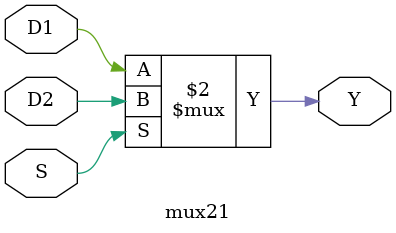
<source format=v>
`timescale 1ns / 1ps


module mux21 (
    input S,
    input D1,
    input D2,
    output Y
);

// MUX behavior: Y = D1 if S = 0, else Y = D2
assign Y = (S == 1'b0) ? D1 : D2;

endmodule // mux21

</source>
